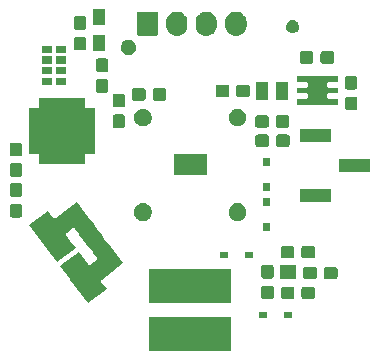
<source format=gbr>
G04 #@! TF.GenerationSoftware,KiCad,Pcbnew,(5.0.2)-1*
G04 #@! TF.CreationDate,2019-02-24T19:10:18-05:00*
G04 #@! TF.ProjectId,light_monitor,6c696768-745f-46d6-9f6e-69746f722e6b,R001*
G04 #@! TF.SameCoordinates,Original*
G04 #@! TF.FileFunction,Soldermask,Top*
G04 #@! TF.FilePolarity,Negative*
%FSLAX46Y46*%
G04 Gerber Fmt 4.6, Leading zero omitted, Abs format (unit mm)*
G04 Created by KiCad (PCBNEW (5.0.2)-1) date 2/24/2019 7:10:18 PM*
%MOMM*%
%LPD*%
G01*
G04 APERTURE LIST*
%ADD10C,0.100000*%
G04 APERTURE END LIST*
D10*
G36*
X116803800Y-120988560D02*
X109865800Y-120988560D01*
X109865800Y-118096560D01*
X116803800Y-118096560D01*
X116803800Y-120988560D01*
X116803800Y-120988560D01*
G37*
G36*
X121979880Y-118238680D02*
X121277880Y-118238680D01*
X121277880Y-117686680D01*
X121979880Y-117686680D01*
X121979880Y-118238680D01*
X121979880Y-118238680D01*
G37*
G36*
X119879880Y-118238680D02*
X119177880Y-118238680D01*
X119177880Y-117686680D01*
X119879880Y-117686680D01*
X119879880Y-118238680D01*
X119879880Y-118238680D01*
G37*
G36*
X104696310Y-109630646D02*
X105178965Y-110271152D01*
X105478668Y-110668873D01*
X105478678Y-110668884D01*
X105553896Y-110768702D01*
X105886098Y-111209548D01*
X105886097Y-111209549D01*
X105961324Y-111309378D01*
X106091861Y-111482607D01*
X106261033Y-111707106D01*
X106261037Y-111707110D01*
X106336255Y-111806928D01*
X106652213Y-112226218D01*
X106652218Y-112226223D01*
X107676498Y-113585489D01*
X105859601Y-114954619D01*
X105841571Y-114971213D01*
X105827124Y-114991006D01*
X105816817Y-115013237D01*
X105811044Y-115037051D01*
X105810029Y-115061535D01*
X105813810Y-115085746D01*
X105822241Y-115108754D01*
X105834997Y-115129672D01*
X106299901Y-115746620D01*
X106299901Y-115746621D01*
X104701033Y-116951454D01*
X103210337Y-114973234D01*
X103169414Y-114918927D01*
X103169408Y-114918921D01*
X102325669Y-113799240D01*
X102381826Y-113756923D01*
X103924537Y-112594406D01*
X103924538Y-112594406D01*
X104733979Y-113668571D01*
X104733982Y-113668576D01*
X104735487Y-113670573D01*
X104752082Y-113688602D01*
X104771876Y-113703048D01*
X104794107Y-113713354D01*
X104817922Y-113719125D01*
X104842406Y-113720140D01*
X104866616Y-113716358D01*
X104889624Y-113707926D01*
X104910540Y-113695170D01*
X104968840Y-113651238D01*
X104968840Y-113651237D01*
X105444031Y-113293155D01*
X105462058Y-113276564D01*
X105476505Y-113256771D01*
X105486812Y-113234540D01*
X105492585Y-113210726D01*
X105493600Y-113186242D01*
X105489819Y-113162032D01*
X105481388Y-113139023D01*
X105468630Y-113118102D01*
X105168926Y-112720381D01*
X105168922Y-112720376D01*
X105093699Y-112620552D01*
X104761497Y-112179706D01*
X104761498Y-112179705D01*
X104686271Y-112079876D01*
X104555734Y-111906647D01*
X104386561Y-111682147D01*
X104386553Y-111682138D01*
X104311339Y-111582326D01*
X103979137Y-111141480D01*
X103979138Y-111141479D01*
X103903911Y-111041650D01*
X103773374Y-110868421D01*
X103604202Y-110643923D01*
X103587613Y-110625899D01*
X103567820Y-110611452D01*
X103545589Y-110601145D01*
X103521775Y-110595373D01*
X103497292Y-110594357D01*
X103473081Y-110598138D01*
X103450072Y-110606569D01*
X103429151Y-110619327D01*
X102895663Y-111021339D01*
X102877633Y-111037933D01*
X102863186Y-111057726D01*
X102852879Y-111079957D01*
X102847106Y-111103771D01*
X102846091Y-111128255D01*
X102849872Y-111152465D01*
X102858303Y-111175474D01*
X102871061Y-111196395D01*
X103220858Y-111660592D01*
X103682006Y-112272556D01*
X102083138Y-113477390D01*
X102083137Y-113477390D01*
X101239393Y-112357703D01*
X99707774Y-110325176D01*
X101306642Y-109120342D01*
X101771545Y-109737289D01*
X101788139Y-109755319D01*
X101807932Y-109769766D01*
X101830163Y-109780073D01*
X101853977Y-109785846D01*
X101878461Y-109786861D01*
X101902671Y-109783080D01*
X101925680Y-109774649D01*
X101946601Y-109761891D01*
X102004901Y-109717958D01*
X102797965Y-109120342D01*
X103763497Y-108392761D01*
X104696310Y-109630646D01*
X104696310Y-109630646D01*
G37*
G36*
X116803800Y-116924560D02*
X109865800Y-116924560D01*
X109865800Y-114032560D01*
X116803800Y-114032560D01*
X116803800Y-116924560D01*
X116803800Y-116924560D01*
G37*
G36*
X120262659Y-115467045D02*
X120300153Y-115478419D01*
X120334717Y-115496894D01*
X120365007Y-115521753D01*
X120389866Y-115552043D01*
X120408341Y-115586607D01*
X120419715Y-115624101D01*
X120424160Y-115669238D01*
X120424160Y-116407962D01*
X120419715Y-116453099D01*
X120408341Y-116490593D01*
X120389866Y-116525157D01*
X120365007Y-116555447D01*
X120334717Y-116580306D01*
X120300153Y-116598781D01*
X120262659Y-116610155D01*
X120217522Y-116614600D01*
X119578798Y-116614600D01*
X119533661Y-116610155D01*
X119496167Y-116598781D01*
X119461603Y-116580306D01*
X119431313Y-116555447D01*
X119406454Y-116525157D01*
X119387979Y-116490593D01*
X119376605Y-116453099D01*
X119372160Y-116407962D01*
X119372160Y-115669238D01*
X119376605Y-115624101D01*
X119387979Y-115586607D01*
X119406454Y-115552043D01*
X119431313Y-115521753D01*
X119461603Y-115496894D01*
X119496167Y-115478419D01*
X119533661Y-115467045D01*
X119578798Y-115462600D01*
X120217522Y-115462600D01*
X120262659Y-115467045D01*
X120262659Y-115467045D01*
G37*
G36*
X123772139Y-115556445D02*
X123809633Y-115567819D01*
X123844197Y-115586294D01*
X123874487Y-115611153D01*
X123899346Y-115641443D01*
X123917821Y-115676007D01*
X123929195Y-115713501D01*
X123933640Y-115758638D01*
X123933640Y-116397362D01*
X123929195Y-116442499D01*
X123917821Y-116479993D01*
X123899346Y-116514557D01*
X123874487Y-116544847D01*
X123844197Y-116569706D01*
X123809633Y-116588181D01*
X123772139Y-116599555D01*
X123727002Y-116604000D01*
X122988278Y-116604000D01*
X122943141Y-116599555D01*
X122905647Y-116588181D01*
X122871083Y-116569706D01*
X122840793Y-116544847D01*
X122815934Y-116514557D01*
X122797459Y-116479993D01*
X122786085Y-116442499D01*
X122781640Y-116397362D01*
X122781640Y-115758638D01*
X122786085Y-115713501D01*
X122797459Y-115676007D01*
X122815934Y-115641443D01*
X122840793Y-115611153D01*
X122871083Y-115586294D01*
X122905647Y-115567819D01*
X122943141Y-115556445D01*
X122988278Y-115552000D01*
X123727002Y-115552000D01*
X123772139Y-115556445D01*
X123772139Y-115556445D01*
G37*
G36*
X122022139Y-115556445D02*
X122059633Y-115567819D01*
X122094197Y-115586294D01*
X122124487Y-115611153D01*
X122149346Y-115641443D01*
X122167821Y-115676007D01*
X122179195Y-115713501D01*
X122183640Y-115758638D01*
X122183640Y-116397362D01*
X122179195Y-116442499D01*
X122167821Y-116479993D01*
X122149346Y-116514557D01*
X122124487Y-116544847D01*
X122094197Y-116569706D01*
X122059633Y-116588181D01*
X122022139Y-116599555D01*
X121977002Y-116604000D01*
X121238278Y-116604000D01*
X121193141Y-116599555D01*
X121155647Y-116588181D01*
X121121083Y-116569706D01*
X121090793Y-116544847D01*
X121065934Y-116514557D01*
X121047459Y-116479993D01*
X121036085Y-116442499D01*
X121031640Y-116397362D01*
X121031640Y-115758638D01*
X121036085Y-115713501D01*
X121047459Y-115676007D01*
X121065934Y-115641443D01*
X121090793Y-115611153D01*
X121121083Y-115586294D01*
X121155647Y-115567819D01*
X121193141Y-115556445D01*
X121238278Y-115552000D01*
X121977002Y-115552000D01*
X122022139Y-115556445D01*
X122022139Y-115556445D01*
G37*
G36*
X123923299Y-113880045D02*
X123960793Y-113891419D01*
X123995357Y-113909894D01*
X124025647Y-113934753D01*
X124050506Y-113965043D01*
X124068981Y-113999607D01*
X124080355Y-114037101D01*
X124084800Y-114082238D01*
X124084800Y-114720962D01*
X124080355Y-114766099D01*
X124068981Y-114803593D01*
X124050506Y-114838157D01*
X124025647Y-114868447D01*
X123995357Y-114893306D01*
X123960793Y-114911781D01*
X123923299Y-114923155D01*
X123878162Y-114927600D01*
X123139438Y-114927600D01*
X123094301Y-114923155D01*
X123056807Y-114911781D01*
X123022243Y-114893306D01*
X122991953Y-114868447D01*
X122967094Y-114838157D01*
X122948619Y-114803593D01*
X122937245Y-114766099D01*
X122932800Y-114720962D01*
X122932800Y-114082238D01*
X122937245Y-114037101D01*
X122948619Y-113999607D01*
X122967094Y-113965043D01*
X122991953Y-113934753D01*
X123022243Y-113909894D01*
X123056807Y-113891419D01*
X123094301Y-113880045D01*
X123139438Y-113875600D01*
X123878162Y-113875600D01*
X123923299Y-113880045D01*
X123923299Y-113880045D01*
G37*
G36*
X125673299Y-113880045D02*
X125710793Y-113891419D01*
X125745357Y-113909894D01*
X125775647Y-113934753D01*
X125800506Y-113965043D01*
X125818981Y-113999607D01*
X125830355Y-114037101D01*
X125834800Y-114082238D01*
X125834800Y-114720962D01*
X125830355Y-114766099D01*
X125818981Y-114803593D01*
X125800506Y-114838157D01*
X125775647Y-114868447D01*
X125745357Y-114893306D01*
X125710793Y-114911781D01*
X125673299Y-114923155D01*
X125628162Y-114927600D01*
X124889438Y-114927600D01*
X124844301Y-114923155D01*
X124806807Y-114911781D01*
X124772243Y-114893306D01*
X124741953Y-114868447D01*
X124717094Y-114838157D01*
X124698619Y-114803593D01*
X124687245Y-114766099D01*
X124682800Y-114720962D01*
X124682800Y-114082238D01*
X124687245Y-114037101D01*
X124698619Y-113999607D01*
X124717094Y-113965043D01*
X124741953Y-113934753D01*
X124772243Y-113909894D01*
X124806807Y-113891419D01*
X124844301Y-113880045D01*
X124889438Y-113875600D01*
X125628162Y-113875600D01*
X125673299Y-113880045D01*
X125673299Y-113880045D01*
G37*
G36*
X122324600Y-114891000D02*
X120956600Y-114891000D01*
X120956600Y-113709000D01*
X122324600Y-113709000D01*
X122324600Y-114891000D01*
X122324600Y-114891000D01*
G37*
G36*
X120262659Y-113717045D02*
X120300153Y-113728419D01*
X120334717Y-113746894D01*
X120365007Y-113771753D01*
X120389866Y-113802043D01*
X120408341Y-113836607D01*
X120419715Y-113874101D01*
X120424160Y-113919238D01*
X120424160Y-114657962D01*
X120419715Y-114703099D01*
X120408341Y-114740593D01*
X120389866Y-114775157D01*
X120365007Y-114805447D01*
X120334717Y-114830306D01*
X120300153Y-114848781D01*
X120262659Y-114860155D01*
X120217522Y-114864600D01*
X119578798Y-114864600D01*
X119533661Y-114860155D01*
X119496167Y-114848781D01*
X119461603Y-114830306D01*
X119431313Y-114805447D01*
X119406454Y-114775157D01*
X119387979Y-114740593D01*
X119376605Y-114703099D01*
X119372160Y-114657962D01*
X119372160Y-113919238D01*
X119376605Y-113874101D01*
X119387979Y-113836607D01*
X119406454Y-113802043D01*
X119431313Y-113771753D01*
X119461603Y-113746894D01*
X119496167Y-113728419D01*
X119533661Y-113717045D01*
X119578798Y-113712600D01*
X120217522Y-113712600D01*
X120262659Y-113717045D01*
X120262659Y-113717045D01*
G37*
G36*
X118671240Y-113163760D02*
X117969240Y-113163760D01*
X117969240Y-112611760D01*
X118671240Y-112611760D01*
X118671240Y-113163760D01*
X118671240Y-113163760D01*
G37*
G36*
X116571240Y-113163760D02*
X115869240Y-113163760D01*
X115869240Y-112611760D01*
X116571240Y-112611760D01*
X116571240Y-113163760D01*
X116571240Y-113163760D01*
G37*
G36*
X122018299Y-112102045D02*
X122055793Y-112113419D01*
X122090357Y-112131894D01*
X122120647Y-112156753D01*
X122145506Y-112187043D01*
X122163981Y-112221607D01*
X122175355Y-112259101D01*
X122179800Y-112304238D01*
X122179800Y-112942962D01*
X122175355Y-112988099D01*
X122163981Y-113025593D01*
X122145506Y-113060157D01*
X122120647Y-113090447D01*
X122090357Y-113115306D01*
X122055793Y-113133781D01*
X122018299Y-113145155D01*
X121973162Y-113149600D01*
X121234438Y-113149600D01*
X121189301Y-113145155D01*
X121151807Y-113133781D01*
X121117243Y-113115306D01*
X121086953Y-113090447D01*
X121062094Y-113060157D01*
X121043619Y-113025593D01*
X121032245Y-112988099D01*
X121027800Y-112942962D01*
X121027800Y-112304238D01*
X121032245Y-112259101D01*
X121043619Y-112221607D01*
X121062094Y-112187043D01*
X121086953Y-112156753D01*
X121117243Y-112131894D01*
X121151807Y-112113419D01*
X121189301Y-112102045D01*
X121234438Y-112097600D01*
X121973162Y-112097600D01*
X122018299Y-112102045D01*
X122018299Y-112102045D01*
G37*
G36*
X123768299Y-112102045D02*
X123805793Y-112113419D01*
X123840357Y-112131894D01*
X123870647Y-112156753D01*
X123895506Y-112187043D01*
X123913981Y-112221607D01*
X123925355Y-112259101D01*
X123929800Y-112304238D01*
X123929800Y-112942962D01*
X123925355Y-112988099D01*
X123913981Y-113025593D01*
X123895506Y-113060157D01*
X123870647Y-113090447D01*
X123840357Y-113115306D01*
X123805793Y-113133781D01*
X123768299Y-113145155D01*
X123723162Y-113149600D01*
X122984438Y-113149600D01*
X122939301Y-113145155D01*
X122901807Y-113133781D01*
X122867243Y-113115306D01*
X122836953Y-113090447D01*
X122812094Y-113060157D01*
X122793619Y-113025593D01*
X122782245Y-112988099D01*
X122777800Y-112942962D01*
X122777800Y-112304238D01*
X122782245Y-112259101D01*
X122793619Y-112221607D01*
X122812094Y-112187043D01*
X122836953Y-112156753D01*
X122867243Y-112131894D01*
X122901807Y-112113419D01*
X122939301Y-112102045D01*
X122984438Y-112097600D01*
X123723162Y-112097600D01*
X123768299Y-112102045D01*
X123768299Y-112102045D01*
G37*
G36*
X120082720Y-110844520D02*
X119530720Y-110844520D01*
X119530720Y-110142520D01*
X120082720Y-110142520D01*
X120082720Y-110844520D01*
X120082720Y-110844520D01*
G37*
G36*
X117492204Y-108492744D02*
X117579259Y-108510060D01*
X117715932Y-108566672D01*
X117779449Y-108609113D01*
X117838938Y-108648862D01*
X117943538Y-108753462D01*
X117943540Y-108753465D01*
X118025728Y-108876468D01*
X118082340Y-109013141D01*
X118111200Y-109158233D01*
X118111200Y-109306167D01*
X118082340Y-109451259D01*
X118025728Y-109587932D01*
X117972451Y-109667666D01*
X117943538Y-109710938D01*
X117838938Y-109815538D01*
X117838935Y-109815540D01*
X117715932Y-109897728D01*
X117579259Y-109954340D01*
X117492204Y-109971656D01*
X117434169Y-109983200D01*
X117286231Y-109983200D01*
X117228196Y-109971656D01*
X117141141Y-109954340D01*
X117004468Y-109897728D01*
X116881465Y-109815540D01*
X116881462Y-109815538D01*
X116776862Y-109710938D01*
X116747949Y-109667666D01*
X116694672Y-109587932D01*
X116638060Y-109451259D01*
X116609200Y-109306167D01*
X116609200Y-109158233D01*
X116638060Y-109013141D01*
X116694672Y-108876468D01*
X116776860Y-108753465D01*
X116776862Y-108753462D01*
X116881462Y-108648862D01*
X116940951Y-108609113D01*
X117004468Y-108566672D01*
X117141141Y-108510060D01*
X117228196Y-108492744D01*
X117286231Y-108481200D01*
X117434169Y-108481200D01*
X117492204Y-108492744D01*
X117492204Y-108492744D01*
G37*
G36*
X109492204Y-108492744D02*
X109579259Y-108510060D01*
X109715932Y-108566672D01*
X109779449Y-108609113D01*
X109838938Y-108648862D01*
X109943538Y-108753462D01*
X109943540Y-108753465D01*
X110025728Y-108876468D01*
X110082340Y-109013141D01*
X110111200Y-109158233D01*
X110111200Y-109306167D01*
X110082340Y-109451259D01*
X110025728Y-109587932D01*
X109972451Y-109667666D01*
X109943538Y-109710938D01*
X109838938Y-109815538D01*
X109838935Y-109815540D01*
X109715932Y-109897728D01*
X109579259Y-109954340D01*
X109492204Y-109971656D01*
X109434169Y-109983200D01*
X109286231Y-109983200D01*
X109228196Y-109971656D01*
X109141141Y-109954340D01*
X109004468Y-109897728D01*
X108881465Y-109815540D01*
X108881462Y-109815538D01*
X108776862Y-109710938D01*
X108747949Y-109667666D01*
X108694672Y-109587932D01*
X108638060Y-109451259D01*
X108609200Y-109306167D01*
X108609200Y-109158233D01*
X108638060Y-109013141D01*
X108694672Y-108876468D01*
X108776860Y-108753465D01*
X108776862Y-108753462D01*
X108881462Y-108648862D01*
X108940951Y-108609113D01*
X109004468Y-108566672D01*
X109141141Y-108510060D01*
X109228196Y-108492744D01*
X109286231Y-108481200D01*
X109434169Y-108481200D01*
X109492204Y-108492744D01*
X109492204Y-108492744D01*
G37*
G36*
X98962219Y-108554405D02*
X98999713Y-108565779D01*
X99034277Y-108584254D01*
X99064567Y-108609113D01*
X99089426Y-108639403D01*
X99107901Y-108673967D01*
X99119275Y-108711461D01*
X99123720Y-108756598D01*
X99123720Y-109495322D01*
X99119275Y-109540459D01*
X99107901Y-109577953D01*
X99089426Y-109612517D01*
X99064567Y-109642807D01*
X99034277Y-109667666D01*
X98999713Y-109686141D01*
X98962219Y-109697515D01*
X98917082Y-109701960D01*
X98278358Y-109701960D01*
X98233221Y-109697515D01*
X98195727Y-109686141D01*
X98161163Y-109667666D01*
X98130873Y-109642807D01*
X98106014Y-109612517D01*
X98087539Y-109577953D01*
X98076165Y-109540459D01*
X98071720Y-109495322D01*
X98071720Y-108756598D01*
X98076165Y-108711461D01*
X98087539Y-108673967D01*
X98106014Y-108639403D01*
X98130873Y-108609113D01*
X98161163Y-108584254D01*
X98195727Y-108565779D01*
X98233221Y-108554405D01*
X98278358Y-108549960D01*
X98917082Y-108549960D01*
X98962219Y-108554405D01*
X98962219Y-108554405D01*
G37*
G36*
X120082720Y-108744520D02*
X119530720Y-108744520D01*
X119530720Y-108042520D01*
X120082720Y-108042520D01*
X120082720Y-108744520D01*
X120082720Y-108744520D01*
G37*
G36*
X125254000Y-108399400D02*
X122642000Y-108399400D01*
X122642000Y-107297400D01*
X125254000Y-107297400D01*
X125254000Y-108399400D01*
X125254000Y-108399400D01*
G37*
G36*
X98962219Y-106804405D02*
X98999713Y-106815779D01*
X99034277Y-106834254D01*
X99064567Y-106859113D01*
X99089426Y-106889403D01*
X99107901Y-106923967D01*
X99119275Y-106961461D01*
X99123720Y-107006598D01*
X99123720Y-107745322D01*
X99119275Y-107790459D01*
X99107901Y-107827953D01*
X99089426Y-107862517D01*
X99064567Y-107892807D01*
X99034277Y-107917666D01*
X98999713Y-107936141D01*
X98962219Y-107947515D01*
X98917082Y-107951960D01*
X98278358Y-107951960D01*
X98233221Y-107947515D01*
X98195727Y-107936141D01*
X98161163Y-107917666D01*
X98130873Y-107892807D01*
X98106014Y-107862517D01*
X98087539Y-107827953D01*
X98076165Y-107790459D01*
X98071720Y-107745322D01*
X98071720Y-107006598D01*
X98076165Y-106961461D01*
X98087539Y-106923967D01*
X98106014Y-106889403D01*
X98130873Y-106859113D01*
X98161163Y-106834254D01*
X98195727Y-106815779D01*
X98233221Y-106804405D01*
X98278358Y-106799960D01*
X98917082Y-106799960D01*
X98962219Y-106804405D01*
X98962219Y-106804405D01*
G37*
G36*
X120077640Y-107471400D02*
X119525640Y-107471400D01*
X119525640Y-106769400D01*
X120077640Y-106769400D01*
X120077640Y-107471400D01*
X120077640Y-107471400D01*
G37*
G36*
X98962219Y-105114005D02*
X98999713Y-105125379D01*
X99034277Y-105143854D01*
X99064567Y-105168713D01*
X99089426Y-105199003D01*
X99107901Y-105233567D01*
X99119275Y-105271061D01*
X99123720Y-105316198D01*
X99123720Y-106054922D01*
X99119275Y-106100059D01*
X99107901Y-106137553D01*
X99089426Y-106172117D01*
X99064567Y-106202407D01*
X99034277Y-106227266D01*
X98999713Y-106245741D01*
X98962219Y-106257115D01*
X98917082Y-106261560D01*
X98278358Y-106261560D01*
X98233221Y-106257115D01*
X98195727Y-106245741D01*
X98161163Y-106227266D01*
X98130873Y-106202407D01*
X98106014Y-106172117D01*
X98087539Y-106137553D01*
X98076165Y-106100059D01*
X98071720Y-106054922D01*
X98071720Y-105316198D01*
X98076165Y-105271061D01*
X98087539Y-105233567D01*
X98106014Y-105199003D01*
X98130873Y-105168713D01*
X98161163Y-105143854D01*
X98195727Y-105125379D01*
X98233221Y-105114005D01*
X98278358Y-105109560D01*
X98917082Y-105109560D01*
X98962219Y-105114005D01*
X98962219Y-105114005D01*
G37*
G36*
X114761200Y-106108200D02*
X111959200Y-106108200D01*
X111959200Y-104356200D01*
X114761200Y-104356200D01*
X114761200Y-106108200D01*
X114761200Y-106108200D01*
G37*
G36*
X128564000Y-105859400D02*
X125952000Y-105859400D01*
X125952000Y-104757400D01*
X128564000Y-104757400D01*
X128564000Y-105859400D01*
X128564000Y-105859400D01*
G37*
G36*
X120077640Y-105371400D02*
X119525640Y-105371400D01*
X119525640Y-104669400D01*
X120077640Y-104669400D01*
X120077640Y-105371400D01*
X120077640Y-105371400D01*
G37*
G36*
X104440400Y-100336400D02*
X104442802Y-100360786D01*
X104449915Y-100384235D01*
X104461466Y-100405846D01*
X104477012Y-100424788D01*
X104495954Y-100440334D01*
X104517565Y-100451885D01*
X104541014Y-100458998D01*
X104565400Y-100461400D01*
X105315400Y-100461400D01*
X105315400Y-104313400D01*
X104565400Y-104313400D01*
X104541014Y-104315802D01*
X104517565Y-104322915D01*
X104495954Y-104334466D01*
X104477012Y-104350012D01*
X104461466Y-104368954D01*
X104449915Y-104390565D01*
X104442802Y-104414014D01*
X104440400Y-104438400D01*
X104440400Y-105188400D01*
X100588400Y-105188400D01*
X100588400Y-104438400D01*
X100585998Y-104414014D01*
X100578885Y-104390565D01*
X100567334Y-104368954D01*
X100551788Y-104350012D01*
X100532846Y-104334466D01*
X100511235Y-104322915D01*
X100487786Y-104315802D01*
X100463400Y-104313400D01*
X99713400Y-104313400D01*
X99713400Y-100461400D01*
X100463400Y-100461400D01*
X100487786Y-100458998D01*
X100511235Y-100451885D01*
X100532846Y-100440334D01*
X100551788Y-100424788D01*
X100567334Y-100405846D01*
X100578885Y-100384235D01*
X100585998Y-100360786D01*
X100588400Y-100336400D01*
X100588400Y-99586400D01*
X104440400Y-99586400D01*
X104440400Y-100336400D01*
X104440400Y-100336400D01*
G37*
G36*
X98962219Y-103364005D02*
X98999713Y-103375379D01*
X99034277Y-103393854D01*
X99064567Y-103418713D01*
X99089426Y-103449003D01*
X99107901Y-103483567D01*
X99119275Y-103521061D01*
X99123720Y-103566198D01*
X99123720Y-104304922D01*
X99119275Y-104350059D01*
X99107901Y-104387553D01*
X99089426Y-104422117D01*
X99064567Y-104452407D01*
X99034277Y-104477266D01*
X98999713Y-104495741D01*
X98962219Y-104507115D01*
X98917082Y-104511560D01*
X98278358Y-104511560D01*
X98233221Y-104507115D01*
X98195727Y-104495741D01*
X98161163Y-104477266D01*
X98130873Y-104452407D01*
X98106014Y-104422117D01*
X98087539Y-104387553D01*
X98076165Y-104350059D01*
X98071720Y-104304922D01*
X98071720Y-103566198D01*
X98076165Y-103521061D01*
X98087539Y-103483567D01*
X98106014Y-103449003D01*
X98130873Y-103418713D01*
X98161163Y-103393854D01*
X98195727Y-103375379D01*
X98233221Y-103364005D01*
X98278358Y-103359560D01*
X98917082Y-103359560D01*
X98962219Y-103364005D01*
X98962219Y-103364005D01*
G37*
G36*
X119869459Y-102673565D02*
X119906953Y-102684939D01*
X119941517Y-102703414D01*
X119971807Y-102728273D01*
X119996666Y-102758563D01*
X120015141Y-102793127D01*
X120026515Y-102830621D01*
X120030960Y-102875758D01*
X120030960Y-103514482D01*
X120026515Y-103559619D01*
X120015141Y-103597113D01*
X119996666Y-103631677D01*
X119971807Y-103661967D01*
X119941517Y-103686826D01*
X119906953Y-103705301D01*
X119869459Y-103716675D01*
X119824322Y-103721120D01*
X119085598Y-103721120D01*
X119040461Y-103716675D01*
X119002967Y-103705301D01*
X118968403Y-103686826D01*
X118938113Y-103661967D01*
X118913254Y-103631677D01*
X118894779Y-103597113D01*
X118883405Y-103559619D01*
X118878960Y-103514482D01*
X118878960Y-102875758D01*
X118883405Y-102830621D01*
X118894779Y-102793127D01*
X118913254Y-102758563D01*
X118938113Y-102728273D01*
X118968403Y-102703414D01*
X119002967Y-102684939D01*
X119040461Y-102673565D01*
X119085598Y-102669120D01*
X119824322Y-102669120D01*
X119869459Y-102673565D01*
X119869459Y-102673565D01*
G37*
G36*
X121619459Y-102673565D02*
X121656953Y-102684939D01*
X121691517Y-102703414D01*
X121721807Y-102728273D01*
X121746666Y-102758563D01*
X121765141Y-102793127D01*
X121776515Y-102830621D01*
X121780960Y-102875758D01*
X121780960Y-103514482D01*
X121776515Y-103559619D01*
X121765141Y-103597113D01*
X121746666Y-103631677D01*
X121721807Y-103661967D01*
X121691517Y-103686826D01*
X121656953Y-103705301D01*
X121619459Y-103716675D01*
X121574322Y-103721120D01*
X120835598Y-103721120D01*
X120790461Y-103716675D01*
X120752967Y-103705301D01*
X120718403Y-103686826D01*
X120688113Y-103661967D01*
X120663254Y-103631677D01*
X120644779Y-103597113D01*
X120633405Y-103559619D01*
X120628960Y-103514482D01*
X120628960Y-102875758D01*
X120633405Y-102830621D01*
X120644779Y-102793127D01*
X120663254Y-102758563D01*
X120688113Y-102728273D01*
X120718403Y-102703414D01*
X120752967Y-102684939D01*
X120790461Y-102673565D01*
X120835598Y-102669120D01*
X121574322Y-102669120D01*
X121619459Y-102673565D01*
X121619459Y-102673565D01*
G37*
G36*
X125254000Y-103319400D02*
X122642000Y-103319400D01*
X122642000Y-102217400D01*
X125254000Y-102217400D01*
X125254000Y-103319400D01*
X125254000Y-103319400D01*
G37*
G36*
X107674419Y-100978885D02*
X107711913Y-100990259D01*
X107746477Y-101008734D01*
X107776767Y-101033593D01*
X107801626Y-101063883D01*
X107820101Y-101098447D01*
X107831475Y-101135941D01*
X107835920Y-101181078D01*
X107835920Y-101919802D01*
X107831475Y-101964939D01*
X107820101Y-102002433D01*
X107801626Y-102036997D01*
X107776767Y-102067287D01*
X107746477Y-102092146D01*
X107711913Y-102110621D01*
X107674419Y-102121995D01*
X107629282Y-102126440D01*
X106990558Y-102126440D01*
X106945421Y-102121995D01*
X106907927Y-102110621D01*
X106873363Y-102092146D01*
X106843073Y-102067287D01*
X106818214Y-102036997D01*
X106799739Y-102002433D01*
X106788365Y-101964939D01*
X106783920Y-101919802D01*
X106783920Y-101181078D01*
X106788365Y-101135941D01*
X106799739Y-101098447D01*
X106818214Y-101063883D01*
X106843073Y-101033593D01*
X106873363Y-101008734D01*
X106907927Y-100990259D01*
X106945421Y-100978885D01*
X106990558Y-100974440D01*
X107629282Y-100974440D01*
X107674419Y-100978885D01*
X107674419Y-100978885D01*
G37*
G36*
X119847899Y-101042885D02*
X119885393Y-101054259D01*
X119919957Y-101072734D01*
X119950247Y-101097593D01*
X119975106Y-101127883D01*
X119993581Y-101162447D01*
X120004955Y-101199941D01*
X120009400Y-101245078D01*
X120009400Y-101883802D01*
X120004955Y-101928939D01*
X119993581Y-101966433D01*
X119975106Y-102000997D01*
X119950247Y-102031287D01*
X119919957Y-102056146D01*
X119885393Y-102074621D01*
X119847899Y-102085995D01*
X119802762Y-102090440D01*
X119064038Y-102090440D01*
X119018901Y-102085995D01*
X118981407Y-102074621D01*
X118946843Y-102056146D01*
X118916553Y-102031287D01*
X118891694Y-102000997D01*
X118873219Y-101966433D01*
X118861845Y-101928939D01*
X118857400Y-101883802D01*
X118857400Y-101245078D01*
X118861845Y-101199941D01*
X118873219Y-101162447D01*
X118891694Y-101127883D01*
X118916553Y-101097593D01*
X118946843Y-101072734D01*
X118981407Y-101054259D01*
X119018901Y-101042885D01*
X119064038Y-101038440D01*
X119802762Y-101038440D01*
X119847899Y-101042885D01*
X119847899Y-101042885D01*
G37*
G36*
X121597899Y-101042885D02*
X121635393Y-101054259D01*
X121669957Y-101072734D01*
X121700247Y-101097593D01*
X121725106Y-101127883D01*
X121743581Y-101162447D01*
X121754955Y-101199941D01*
X121759400Y-101245078D01*
X121759400Y-101883802D01*
X121754955Y-101928939D01*
X121743581Y-101966433D01*
X121725106Y-102000997D01*
X121700247Y-102031287D01*
X121669957Y-102056146D01*
X121635393Y-102074621D01*
X121597899Y-102085995D01*
X121552762Y-102090440D01*
X120814038Y-102090440D01*
X120768901Y-102085995D01*
X120731407Y-102074621D01*
X120696843Y-102056146D01*
X120666553Y-102031287D01*
X120641694Y-102000997D01*
X120623219Y-101966433D01*
X120611845Y-101928939D01*
X120607400Y-101883802D01*
X120607400Y-101245078D01*
X120611845Y-101199941D01*
X120623219Y-101162447D01*
X120641694Y-101127883D01*
X120666553Y-101097593D01*
X120696843Y-101072734D01*
X120731407Y-101054259D01*
X120768901Y-101042885D01*
X120814038Y-101038440D01*
X121552762Y-101038440D01*
X121597899Y-101042885D01*
X121597899Y-101042885D01*
G37*
G36*
X117492204Y-100492744D02*
X117579259Y-100510060D01*
X117715932Y-100566672D01*
X117782872Y-100611400D01*
X117838938Y-100648862D01*
X117943538Y-100753462D01*
X117943540Y-100753465D01*
X118025728Y-100876468D01*
X118082340Y-101013141D01*
X118096188Y-101082763D01*
X118111200Y-101158231D01*
X118111200Y-101306169D01*
X118099656Y-101364204D01*
X118082340Y-101451259D01*
X118025728Y-101587932D01*
X118025727Y-101587933D01*
X117943538Y-101710938D01*
X117838938Y-101815538D01*
X117838935Y-101815540D01*
X117715932Y-101897728D01*
X117579259Y-101954340D01*
X117492204Y-101971656D01*
X117434169Y-101983200D01*
X117286231Y-101983200D01*
X117228196Y-101971656D01*
X117141141Y-101954340D01*
X117004468Y-101897728D01*
X116881465Y-101815540D01*
X116881462Y-101815538D01*
X116776862Y-101710938D01*
X116694673Y-101587933D01*
X116694672Y-101587932D01*
X116638060Y-101451259D01*
X116620744Y-101364204D01*
X116609200Y-101306169D01*
X116609200Y-101158231D01*
X116624212Y-101082763D01*
X116638060Y-101013141D01*
X116694672Y-100876468D01*
X116776860Y-100753465D01*
X116776862Y-100753462D01*
X116881462Y-100648862D01*
X116937528Y-100611400D01*
X117004468Y-100566672D01*
X117141141Y-100510060D01*
X117228196Y-100492744D01*
X117286231Y-100481200D01*
X117434169Y-100481200D01*
X117492204Y-100492744D01*
X117492204Y-100492744D01*
G37*
G36*
X109492204Y-100492744D02*
X109579259Y-100510060D01*
X109715932Y-100566672D01*
X109782872Y-100611400D01*
X109838938Y-100648862D01*
X109943538Y-100753462D01*
X109943540Y-100753465D01*
X110025728Y-100876468D01*
X110082340Y-101013141D01*
X110096188Y-101082763D01*
X110111200Y-101158231D01*
X110111200Y-101306169D01*
X110099656Y-101364204D01*
X110082340Y-101451259D01*
X110025728Y-101587932D01*
X110025727Y-101587933D01*
X109943538Y-101710938D01*
X109838938Y-101815538D01*
X109838935Y-101815540D01*
X109715932Y-101897728D01*
X109579259Y-101954340D01*
X109492204Y-101971656D01*
X109434169Y-101983200D01*
X109286231Y-101983200D01*
X109228196Y-101971656D01*
X109141141Y-101954340D01*
X109004468Y-101897728D01*
X108881465Y-101815540D01*
X108881462Y-101815538D01*
X108776862Y-101710938D01*
X108694673Y-101587933D01*
X108694672Y-101587932D01*
X108638060Y-101451259D01*
X108620744Y-101364204D01*
X108609200Y-101306169D01*
X108609200Y-101158231D01*
X108624212Y-101082763D01*
X108638060Y-101013141D01*
X108694672Y-100876468D01*
X108776860Y-100753465D01*
X108776862Y-100753462D01*
X108881462Y-100648862D01*
X108937528Y-100611400D01*
X109004468Y-100566672D01*
X109141141Y-100510060D01*
X109228196Y-100492744D01*
X109286231Y-100481200D01*
X109434169Y-100481200D01*
X109492204Y-100492744D01*
X109492204Y-100492744D01*
G37*
G36*
X127354339Y-99465045D02*
X127391833Y-99476419D01*
X127426397Y-99494894D01*
X127456687Y-99519753D01*
X127481546Y-99550043D01*
X127500021Y-99584607D01*
X127511395Y-99622101D01*
X127515840Y-99667238D01*
X127515840Y-100405962D01*
X127511395Y-100451099D01*
X127500021Y-100488593D01*
X127481546Y-100523157D01*
X127456687Y-100553447D01*
X127426397Y-100578306D01*
X127391833Y-100596781D01*
X127354339Y-100608155D01*
X127309202Y-100612600D01*
X126670478Y-100612600D01*
X126625341Y-100608155D01*
X126587847Y-100596781D01*
X126553283Y-100578306D01*
X126522993Y-100553447D01*
X126498134Y-100523157D01*
X126479659Y-100488593D01*
X126468285Y-100451099D01*
X126463840Y-100405962D01*
X126463840Y-99667238D01*
X126468285Y-99622101D01*
X126479659Y-99584607D01*
X126498134Y-99550043D01*
X126522993Y-99519753D01*
X126553283Y-99494894D01*
X126587847Y-99476419D01*
X126625341Y-99465045D01*
X126670478Y-99460600D01*
X127309202Y-99460600D01*
X127354339Y-99465045D01*
X127354339Y-99465045D01*
G37*
G36*
X107674419Y-99228885D02*
X107711913Y-99240259D01*
X107746477Y-99258734D01*
X107776767Y-99283593D01*
X107801626Y-99313883D01*
X107820101Y-99348447D01*
X107831475Y-99385941D01*
X107835920Y-99431078D01*
X107835920Y-100169802D01*
X107831475Y-100214939D01*
X107820101Y-100252433D01*
X107801626Y-100286997D01*
X107776767Y-100317287D01*
X107746477Y-100342146D01*
X107711913Y-100360621D01*
X107674419Y-100371995D01*
X107629282Y-100376440D01*
X106990558Y-100376440D01*
X106945421Y-100371995D01*
X106907927Y-100360621D01*
X106873363Y-100342146D01*
X106843073Y-100317287D01*
X106818214Y-100286997D01*
X106799739Y-100252433D01*
X106788365Y-100214939D01*
X106783920Y-100169802D01*
X106783920Y-99431078D01*
X106788365Y-99385941D01*
X106799739Y-99348447D01*
X106818214Y-99313883D01*
X106843073Y-99283593D01*
X106873363Y-99258734D01*
X106907927Y-99240259D01*
X106945421Y-99228885D01*
X106990558Y-99224440D01*
X107629282Y-99224440D01*
X107674419Y-99228885D01*
X107674419Y-99228885D01*
G37*
G36*
X124980112Y-97708088D02*
X124999054Y-97723634D01*
X125020665Y-97735185D01*
X125044114Y-97742298D01*
X125068500Y-97744700D01*
X125893500Y-97744700D01*
X125893500Y-98246700D01*
X125068500Y-98246700D01*
X125044114Y-98249102D01*
X125020665Y-98256215D01*
X124999054Y-98267766D01*
X124980112Y-98283312D01*
X124964566Y-98302254D01*
X124953015Y-98323865D01*
X124945902Y-98347314D01*
X124943500Y-98371700D01*
X124943500Y-98569700D01*
X124945902Y-98594086D01*
X124953015Y-98617535D01*
X124964566Y-98639146D01*
X124980112Y-98658088D01*
X124999054Y-98673634D01*
X125020665Y-98685185D01*
X125044114Y-98692298D01*
X125068500Y-98694700D01*
X125893500Y-98694700D01*
X125893500Y-99196700D01*
X125068500Y-99196700D01*
X125044114Y-99199102D01*
X125020665Y-99206215D01*
X124999054Y-99217766D01*
X124980112Y-99233312D01*
X124964566Y-99252254D01*
X124953015Y-99273865D01*
X124945902Y-99297314D01*
X124943500Y-99321700D01*
X124943500Y-99519700D01*
X124945902Y-99544086D01*
X124953015Y-99567535D01*
X124964566Y-99589146D01*
X124980112Y-99608088D01*
X124999054Y-99623634D01*
X125020665Y-99635185D01*
X125044114Y-99642298D01*
X125068500Y-99644700D01*
X125893500Y-99644700D01*
X125893500Y-100146700D01*
X125068500Y-100146700D01*
X125044114Y-100149102D01*
X125020665Y-100156215D01*
X124999054Y-100167766D01*
X124980112Y-100183312D01*
X124969124Y-100196700D01*
X123315876Y-100196700D01*
X123304888Y-100183312D01*
X123285946Y-100167766D01*
X123264335Y-100156215D01*
X123240886Y-100149102D01*
X123216500Y-100146700D01*
X122391500Y-100146700D01*
X122391500Y-99644700D01*
X123216500Y-99644700D01*
X123240886Y-99642298D01*
X123264335Y-99635185D01*
X123285946Y-99623634D01*
X123304888Y-99608088D01*
X123320434Y-99589146D01*
X123331985Y-99567535D01*
X123339098Y-99544086D01*
X123341500Y-99519700D01*
X123341500Y-99321700D01*
X123339098Y-99297314D01*
X123331985Y-99273865D01*
X123320434Y-99252254D01*
X123304888Y-99233312D01*
X123285946Y-99217766D01*
X123264335Y-99206215D01*
X123240886Y-99199102D01*
X123216500Y-99196700D01*
X122391500Y-99196700D01*
X122391500Y-98694700D01*
X123216500Y-98694700D01*
X123240886Y-98692298D01*
X123264335Y-98685185D01*
X123285946Y-98673634D01*
X123304888Y-98658088D01*
X123320434Y-98639146D01*
X123331985Y-98617535D01*
X123339098Y-98594086D01*
X123341500Y-98569700D01*
X123341500Y-98371700D01*
X123339098Y-98347314D01*
X123331985Y-98323865D01*
X123320434Y-98302254D01*
X123304888Y-98283312D01*
X123285946Y-98267766D01*
X123264335Y-98256215D01*
X123240886Y-98249102D01*
X123216500Y-98246700D01*
X122391500Y-98246700D01*
X122391500Y-97744700D01*
X123216500Y-97744700D01*
X123240886Y-97742298D01*
X123264335Y-97735185D01*
X123285946Y-97723634D01*
X123304888Y-97708088D01*
X123315876Y-97694700D01*
X124969124Y-97694700D01*
X124980112Y-97708088D01*
X124980112Y-97708088D01*
G37*
G36*
X109424979Y-98756885D02*
X109462473Y-98768259D01*
X109497037Y-98786734D01*
X109527327Y-98811593D01*
X109552186Y-98841883D01*
X109570661Y-98876447D01*
X109582035Y-98913941D01*
X109586480Y-98959078D01*
X109586480Y-99597802D01*
X109582035Y-99642939D01*
X109570661Y-99680433D01*
X109552186Y-99714997D01*
X109527327Y-99745287D01*
X109497037Y-99770146D01*
X109462473Y-99788621D01*
X109424979Y-99799995D01*
X109379842Y-99804440D01*
X108641118Y-99804440D01*
X108595981Y-99799995D01*
X108558487Y-99788621D01*
X108523923Y-99770146D01*
X108493633Y-99745287D01*
X108468774Y-99714997D01*
X108450299Y-99680433D01*
X108438925Y-99642939D01*
X108434480Y-99597802D01*
X108434480Y-98959078D01*
X108438925Y-98913941D01*
X108450299Y-98876447D01*
X108468774Y-98841883D01*
X108493633Y-98811593D01*
X108523923Y-98786734D01*
X108558487Y-98768259D01*
X108595981Y-98756885D01*
X108641118Y-98752440D01*
X109379842Y-98752440D01*
X109424979Y-98756885D01*
X109424979Y-98756885D01*
G37*
G36*
X111174979Y-98756885D02*
X111212473Y-98768259D01*
X111247037Y-98786734D01*
X111277327Y-98811593D01*
X111302186Y-98841883D01*
X111320661Y-98876447D01*
X111332035Y-98913941D01*
X111336480Y-98959078D01*
X111336480Y-99597802D01*
X111332035Y-99642939D01*
X111320661Y-99680433D01*
X111302186Y-99714997D01*
X111277327Y-99745287D01*
X111247037Y-99770146D01*
X111212473Y-99788621D01*
X111174979Y-99799995D01*
X111129842Y-99804440D01*
X110391118Y-99804440D01*
X110345981Y-99799995D01*
X110308487Y-99788621D01*
X110273923Y-99770146D01*
X110243633Y-99745287D01*
X110218774Y-99714997D01*
X110200299Y-99680433D01*
X110188925Y-99642939D01*
X110184480Y-99597802D01*
X110184480Y-98959078D01*
X110188925Y-98913941D01*
X110200299Y-98876447D01*
X110218774Y-98841883D01*
X110243633Y-98811593D01*
X110273923Y-98786734D01*
X110308487Y-98768259D01*
X110345981Y-98756885D01*
X110391118Y-98752440D01*
X111129842Y-98752440D01*
X111174979Y-98756885D01*
X111174979Y-98756885D01*
G37*
G36*
X119920900Y-99747100D02*
X118918900Y-99747100D01*
X118918900Y-98195100D01*
X119920900Y-98195100D01*
X119920900Y-99747100D01*
X119920900Y-99747100D01*
G37*
G36*
X121620900Y-99747100D02*
X120618900Y-99747100D01*
X120618900Y-98195100D01*
X121620900Y-98195100D01*
X121620900Y-99747100D01*
X121620900Y-99747100D01*
G37*
G36*
X118251419Y-98452085D02*
X118288913Y-98463459D01*
X118323477Y-98481934D01*
X118353767Y-98506793D01*
X118378626Y-98537083D01*
X118397101Y-98571647D01*
X118408475Y-98609141D01*
X118412920Y-98654278D01*
X118412920Y-99293002D01*
X118408475Y-99338139D01*
X118397101Y-99375633D01*
X118378626Y-99410197D01*
X118353767Y-99440487D01*
X118323477Y-99465346D01*
X118288913Y-99483821D01*
X118251419Y-99495195D01*
X118206282Y-99499640D01*
X117467558Y-99499640D01*
X117422421Y-99495195D01*
X117384927Y-99483821D01*
X117350363Y-99465346D01*
X117320073Y-99440487D01*
X117295214Y-99410197D01*
X117276739Y-99375633D01*
X117265365Y-99338139D01*
X117260920Y-99293002D01*
X117260920Y-98654278D01*
X117265365Y-98609141D01*
X117276739Y-98571647D01*
X117295214Y-98537083D01*
X117320073Y-98506793D01*
X117350363Y-98481934D01*
X117384927Y-98463459D01*
X117422421Y-98452085D01*
X117467558Y-98447640D01*
X118206282Y-98447640D01*
X118251419Y-98452085D01*
X118251419Y-98452085D01*
G37*
G36*
X116501419Y-98452085D02*
X116538913Y-98463459D01*
X116573477Y-98481934D01*
X116603767Y-98506793D01*
X116628626Y-98537083D01*
X116647101Y-98571647D01*
X116658475Y-98609141D01*
X116662920Y-98654278D01*
X116662920Y-99293002D01*
X116658475Y-99338139D01*
X116647101Y-99375633D01*
X116628626Y-99410197D01*
X116603767Y-99440487D01*
X116573477Y-99465346D01*
X116538913Y-99483821D01*
X116501419Y-99495195D01*
X116456282Y-99499640D01*
X115717558Y-99499640D01*
X115672421Y-99495195D01*
X115634927Y-99483821D01*
X115600363Y-99465346D01*
X115570073Y-99440487D01*
X115545214Y-99410197D01*
X115526739Y-99375633D01*
X115515365Y-99338139D01*
X115510920Y-99293002D01*
X115510920Y-98654278D01*
X115515365Y-98609141D01*
X115526739Y-98571647D01*
X115545214Y-98537083D01*
X115570073Y-98506793D01*
X115600363Y-98481934D01*
X115634927Y-98463459D01*
X115672421Y-98452085D01*
X115717558Y-98447640D01*
X116456282Y-98447640D01*
X116501419Y-98452085D01*
X116501419Y-98452085D01*
G37*
G36*
X106262179Y-97986765D02*
X106299673Y-97998139D01*
X106334237Y-98016614D01*
X106364527Y-98041473D01*
X106389386Y-98071763D01*
X106407861Y-98106327D01*
X106419235Y-98143821D01*
X106423680Y-98188958D01*
X106423680Y-98927682D01*
X106419235Y-98972819D01*
X106407861Y-99010313D01*
X106389386Y-99044877D01*
X106364527Y-99075167D01*
X106334237Y-99100026D01*
X106299673Y-99118501D01*
X106262179Y-99129875D01*
X106217042Y-99134320D01*
X105578318Y-99134320D01*
X105533181Y-99129875D01*
X105495687Y-99118501D01*
X105461123Y-99100026D01*
X105430833Y-99075167D01*
X105405974Y-99044877D01*
X105387499Y-99010313D01*
X105376125Y-98972819D01*
X105371680Y-98927682D01*
X105371680Y-98188958D01*
X105376125Y-98143821D01*
X105387499Y-98106327D01*
X105405974Y-98071763D01*
X105430833Y-98041473D01*
X105461123Y-98016614D01*
X105495687Y-97998139D01*
X105533181Y-97986765D01*
X105578318Y-97982320D01*
X106217042Y-97982320D01*
X106262179Y-97986765D01*
X106262179Y-97986765D01*
G37*
G36*
X127354339Y-97715045D02*
X127391833Y-97726419D01*
X127426397Y-97744894D01*
X127456687Y-97769753D01*
X127481546Y-97800043D01*
X127500021Y-97834607D01*
X127511395Y-97872101D01*
X127515840Y-97917238D01*
X127515840Y-98655962D01*
X127511395Y-98701099D01*
X127500021Y-98738593D01*
X127481546Y-98773157D01*
X127456687Y-98803447D01*
X127426397Y-98828306D01*
X127391833Y-98846781D01*
X127354339Y-98858155D01*
X127309202Y-98862600D01*
X126670478Y-98862600D01*
X126625341Y-98858155D01*
X126587847Y-98846781D01*
X126553283Y-98828306D01*
X126522993Y-98803447D01*
X126498134Y-98773157D01*
X126479659Y-98738593D01*
X126468285Y-98701099D01*
X126463840Y-98655962D01*
X126463840Y-97917238D01*
X126468285Y-97872101D01*
X126479659Y-97834607D01*
X126498134Y-97800043D01*
X126522993Y-97769753D01*
X126553283Y-97744894D01*
X126587847Y-97726419D01*
X126625341Y-97715045D01*
X126670478Y-97710600D01*
X127309202Y-97710600D01*
X127354339Y-97715045D01*
X127354339Y-97715045D01*
G37*
G36*
X101684680Y-98465640D02*
X100782680Y-98465640D01*
X100782680Y-97863640D01*
X101684680Y-97863640D01*
X101684680Y-98465640D01*
X101684680Y-98465640D01*
G37*
G36*
X102884680Y-98465640D02*
X101982680Y-98465640D01*
X101982680Y-97863640D01*
X102884680Y-97863640D01*
X102884680Y-98465640D01*
X102884680Y-98465640D01*
G37*
G36*
X102884680Y-97565640D02*
X101982680Y-97565640D01*
X101982680Y-96963640D01*
X102884680Y-96963640D01*
X102884680Y-97565640D01*
X102884680Y-97565640D01*
G37*
G36*
X101684680Y-97565640D02*
X100782680Y-97565640D01*
X100782680Y-96963640D01*
X101684680Y-96963640D01*
X101684680Y-97565640D01*
X101684680Y-97565640D01*
G37*
G36*
X106262179Y-96236765D02*
X106299673Y-96248139D01*
X106334237Y-96266614D01*
X106364527Y-96291473D01*
X106389386Y-96321763D01*
X106407861Y-96356327D01*
X106419235Y-96393821D01*
X106423680Y-96438958D01*
X106423680Y-97177682D01*
X106419235Y-97222819D01*
X106407861Y-97260313D01*
X106389386Y-97294877D01*
X106364527Y-97325167D01*
X106334237Y-97350026D01*
X106299673Y-97368501D01*
X106262179Y-97379875D01*
X106217042Y-97384320D01*
X105578318Y-97384320D01*
X105533181Y-97379875D01*
X105495687Y-97368501D01*
X105461123Y-97350026D01*
X105430833Y-97325167D01*
X105405974Y-97294877D01*
X105387499Y-97260313D01*
X105376125Y-97222819D01*
X105371680Y-97177682D01*
X105371680Y-96438958D01*
X105376125Y-96393821D01*
X105387499Y-96356327D01*
X105405974Y-96321763D01*
X105430833Y-96291473D01*
X105461123Y-96266614D01*
X105495687Y-96248139D01*
X105533181Y-96236765D01*
X105578318Y-96232320D01*
X106217042Y-96232320D01*
X106262179Y-96236765D01*
X106262179Y-96236765D01*
G37*
G36*
X123631199Y-95630145D02*
X123668693Y-95641519D01*
X123703257Y-95659994D01*
X123733547Y-95684853D01*
X123758406Y-95715143D01*
X123776881Y-95749707D01*
X123788255Y-95787201D01*
X123792700Y-95832338D01*
X123792700Y-96471062D01*
X123788255Y-96516199D01*
X123776881Y-96553693D01*
X123758406Y-96588257D01*
X123733547Y-96618547D01*
X123703257Y-96643406D01*
X123668693Y-96661881D01*
X123631199Y-96673255D01*
X123586062Y-96677700D01*
X122847338Y-96677700D01*
X122802201Y-96673255D01*
X122764707Y-96661881D01*
X122730143Y-96643406D01*
X122699853Y-96618547D01*
X122674994Y-96588257D01*
X122656519Y-96553693D01*
X122645145Y-96516199D01*
X122640700Y-96471062D01*
X122640700Y-95832338D01*
X122645145Y-95787201D01*
X122656519Y-95749707D01*
X122674994Y-95715143D01*
X122699853Y-95684853D01*
X122730143Y-95659994D01*
X122764707Y-95641519D01*
X122802201Y-95630145D01*
X122847338Y-95625700D01*
X123586062Y-95625700D01*
X123631199Y-95630145D01*
X123631199Y-95630145D01*
G37*
G36*
X125381199Y-95630145D02*
X125418693Y-95641519D01*
X125453257Y-95659994D01*
X125483547Y-95684853D01*
X125508406Y-95715143D01*
X125526881Y-95749707D01*
X125538255Y-95787201D01*
X125542700Y-95832338D01*
X125542700Y-96471062D01*
X125538255Y-96516199D01*
X125526881Y-96553693D01*
X125508406Y-96588257D01*
X125483547Y-96618547D01*
X125453257Y-96643406D01*
X125418693Y-96661881D01*
X125381199Y-96673255D01*
X125336062Y-96677700D01*
X124597338Y-96677700D01*
X124552201Y-96673255D01*
X124514707Y-96661881D01*
X124480143Y-96643406D01*
X124449853Y-96618547D01*
X124424994Y-96588257D01*
X124406519Y-96553693D01*
X124395145Y-96516199D01*
X124390700Y-96471062D01*
X124390700Y-95832338D01*
X124395145Y-95787201D01*
X124406519Y-95749707D01*
X124424994Y-95715143D01*
X124449853Y-95684853D01*
X124480143Y-95659994D01*
X124514707Y-95641519D01*
X124552201Y-95630145D01*
X124597338Y-95625700D01*
X125336062Y-95625700D01*
X125381199Y-95630145D01*
X125381199Y-95630145D01*
G37*
G36*
X101684680Y-96665640D02*
X100782680Y-96665640D01*
X100782680Y-96063640D01*
X101684680Y-96063640D01*
X101684680Y-96665640D01*
X101684680Y-96665640D01*
G37*
G36*
X102884680Y-96665640D02*
X101982680Y-96665640D01*
X101982680Y-96063640D01*
X102884680Y-96063640D01*
X102884680Y-96665640D01*
X102884680Y-96665640D01*
G37*
G36*
X108317890Y-94663137D02*
X108436361Y-94712209D01*
X108542992Y-94783458D01*
X108633662Y-94874128D01*
X108704911Y-94980759D01*
X108753983Y-95099230D01*
X108779000Y-95225001D01*
X108779000Y-95353239D01*
X108753983Y-95479010D01*
X108704911Y-95597481D01*
X108704909Y-95597484D01*
X108683086Y-95630145D01*
X108633662Y-95704112D01*
X108542992Y-95794782D01*
X108436361Y-95866031D01*
X108317890Y-95915103D01*
X108192119Y-95940120D01*
X108063881Y-95940120D01*
X107938110Y-95915103D01*
X107819639Y-95866031D01*
X107713008Y-95794782D01*
X107622338Y-95704112D01*
X107572915Y-95630145D01*
X107551091Y-95597484D01*
X107551089Y-95597481D01*
X107502017Y-95479010D01*
X107477000Y-95353239D01*
X107477000Y-95225001D01*
X107502017Y-95099230D01*
X107551089Y-94980759D01*
X107622338Y-94874128D01*
X107713008Y-94783458D01*
X107819639Y-94712209D01*
X107938110Y-94663137D01*
X108063881Y-94638120D01*
X108192119Y-94638120D01*
X108317890Y-94663137D01*
X108317890Y-94663137D01*
G37*
G36*
X101684680Y-95765640D02*
X100782680Y-95765640D01*
X100782680Y-95163640D01*
X101684680Y-95163640D01*
X101684680Y-95765640D01*
X101684680Y-95765640D01*
G37*
G36*
X102884680Y-95765640D02*
X101982680Y-95765640D01*
X101982680Y-95163640D01*
X102884680Y-95163640D01*
X102884680Y-95765640D01*
X102884680Y-95765640D01*
G37*
G36*
X106124360Y-95586400D02*
X105122360Y-95586400D01*
X105122360Y-94284400D01*
X106124360Y-94284400D01*
X106124360Y-95586400D01*
X106124360Y-95586400D01*
G37*
G36*
X104377499Y-94410445D02*
X104414993Y-94421819D01*
X104449557Y-94440294D01*
X104479847Y-94465153D01*
X104504706Y-94495443D01*
X104523181Y-94530007D01*
X104534555Y-94567501D01*
X104539000Y-94612638D01*
X104539000Y-95351362D01*
X104534555Y-95396499D01*
X104523181Y-95433993D01*
X104504706Y-95468557D01*
X104479847Y-95498847D01*
X104449557Y-95523706D01*
X104414993Y-95542181D01*
X104377499Y-95553555D01*
X104332362Y-95558000D01*
X103693638Y-95558000D01*
X103648501Y-95553555D01*
X103611007Y-95542181D01*
X103576443Y-95523706D01*
X103546153Y-95498847D01*
X103521294Y-95468557D01*
X103502819Y-95433993D01*
X103491445Y-95396499D01*
X103487000Y-95351362D01*
X103487000Y-94612638D01*
X103491445Y-94567501D01*
X103502819Y-94530007D01*
X103521294Y-94495443D01*
X103546153Y-94465153D01*
X103576443Y-94440294D01*
X103611007Y-94421819D01*
X103648501Y-94410445D01*
X103693638Y-94406000D01*
X104332362Y-94406000D01*
X104377499Y-94410445D01*
X104377499Y-94410445D01*
G37*
G36*
X112404626Y-92276157D02*
X112517852Y-92310504D01*
X112574466Y-92327677D01*
X112730989Y-92411341D01*
X112868186Y-92523934D01*
X112951448Y-92625391D01*
X112980778Y-92661129D01*
X112980779Y-92661131D01*
X113064443Y-92817653D01*
X113078089Y-92862638D01*
X113115963Y-92987493D01*
X113129000Y-93119862D01*
X113129000Y-93458377D01*
X113115963Y-93590746D01*
X113064443Y-93760586D01*
X112980778Y-93917111D01*
X112980777Y-93917112D01*
X112868186Y-94054306D01*
X112773251Y-94132216D01*
X112730991Y-94166898D01*
X112730989Y-94166899D01*
X112574467Y-94250563D01*
X112533734Y-94262919D01*
X112404627Y-94302083D01*
X112228000Y-94319479D01*
X112051374Y-94302083D01*
X111922267Y-94262919D01*
X111881534Y-94250563D01*
X111725012Y-94166899D01*
X111725010Y-94166898D01*
X111587816Y-94054306D01*
X111587812Y-94054303D01*
X111475222Y-93917112D01*
X111391557Y-93760587D01*
X111356949Y-93646499D01*
X111340037Y-93590747D01*
X111327000Y-93458378D01*
X111327000Y-93119863D01*
X111340037Y-92987494D01*
X111391557Y-92817655D01*
X111391557Y-92817654D01*
X111475221Y-92661131D01*
X111587814Y-92523934D01*
X111689271Y-92440672D01*
X111725009Y-92411342D01*
X111742913Y-92401772D01*
X111881533Y-92327677D01*
X111938147Y-92310504D01*
X112051373Y-92276157D01*
X112228000Y-92258761D01*
X112404626Y-92276157D01*
X112404626Y-92276157D01*
G37*
G36*
X114904626Y-92276157D02*
X115017852Y-92310504D01*
X115074466Y-92327677D01*
X115230989Y-92411341D01*
X115368186Y-92523934D01*
X115451448Y-92625391D01*
X115480778Y-92661129D01*
X115480779Y-92661131D01*
X115564443Y-92817653D01*
X115578089Y-92862638D01*
X115615963Y-92987493D01*
X115629000Y-93119862D01*
X115629000Y-93458377D01*
X115615963Y-93590746D01*
X115564443Y-93760586D01*
X115480778Y-93917111D01*
X115480777Y-93917112D01*
X115368186Y-94054306D01*
X115273251Y-94132216D01*
X115230991Y-94166898D01*
X115230989Y-94166899D01*
X115074467Y-94250563D01*
X115033734Y-94262919D01*
X114904627Y-94302083D01*
X114728000Y-94319479D01*
X114551374Y-94302083D01*
X114422267Y-94262919D01*
X114381534Y-94250563D01*
X114225012Y-94166899D01*
X114225010Y-94166898D01*
X114087816Y-94054306D01*
X114087812Y-94054303D01*
X113975222Y-93917112D01*
X113891557Y-93760587D01*
X113856949Y-93646499D01*
X113840037Y-93590747D01*
X113827000Y-93458378D01*
X113827000Y-93119863D01*
X113840037Y-92987494D01*
X113891557Y-92817655D01*
X113891557Y-92817654D01*
X113975221Y-92661131D01*
X114087814Y-92523934D01*
X114189271Y-92440672D01*
X114225009Y-92411342D01*
X114242913Y-92401772D01*
X114381533Y-92327677D01*
X114438147Y-92310504D01*
X114551373Y-92276157D01*
X114728000Y-92258761D01*
X114904626Y-92276157D01*
X114904626Y-92276157D01*
G37*
G36*
X117404626Y-92276157D02*
X117517852Y-92310504D01*
X117574466Y-92327677D01*
X117730989Y-92411341D01*
X117868186Y-92523934D01*
X117951448Y-92625391D01*
X117980778Y-92661129D01*
X117980779Y-92661131D01*
X118064443Y-92817653D01*
X118078089Y-92862638D01*
X118115963Y-92987493D01*
X118129000Y-93119862D01*
X118129000Y-93458377D01*
X118115963Y-93590746D01*
X118064443Y-93760586D01*
X117980778Y-93917111D01*
X117980777Y-93917112D01*
X117868186Y-94054306D01*
X117773251Y-94132216D01*
X117730991Y-94166898D01*
X117730989Y-94166899D01*
X117574467Y-94250563D01*
X117533734Y-94262919D01*
X117404627Y-94302083D01*
X117228000Y-94319479D01*
X117051374Y-94302083D01*
X116922267Y-94262919D01*
X116881534Y-94250563D01*
X116725012Y-94166899D01*
X116725010Y-94166898D01*
X116587816Y-94054306D01*
X116587812Y-94054303D01*
X116475222Y-93917112D01*
X116391557Y-93760587D01*
X116356949Y-93646499D01*
X116340037Y-93590747D01*
X116327000Y-93458378D01*
X116327000Y-93119863D01*
X116340037Y-92987494D01*
X116391557Y-92817655D01*
X116391557Y-92817654D01*
X116475221Y-92661131D01*
X116587814Y-92523934D01*
X116689271Y-92440672D01*
X116725009Y-92411342D01*
X116742913Y-92401772D01*
X116881533Y-92327677D01*
X116938147Y-92310504D01*
X117051373Y-92276157D01*
X117228000Y-92258761D01*
X117404626Y-92276157D01*
X117404626Y-92276157D01*
G37*
G36*
X110486600Y-92267109D02*
X110519649Y-92277134D01*
X110550106Y-92293414D01*
X110576799Y-92315321D01*
X110598706Y-92342014D01*
X110614986Y-92372471D01*
X110625011Y-92405520D01*
X110629000Y-92446024D01*
X110629000Y-94132216D01*
X110625011Y-94172720D01*
X110614986Y-94205769D01*
X110598706Y-94236226D01*
X110576799Y-94262919D01*
X110550106Y-94284826D01*
X110519649Y-94301106D01*
X110486600Y-94311131D01*
X110446096Y-94315120D01*
X109009904Y-94315120D01*
X108969400Y-94311131D01*
X108936351Y-94301106D01*
X108905894Y-94284826D01*
X108879201Y-94262919D01*
X108857294Y-94236226D01*
X108841014Y-94205769D01*
X108830989Y-94172720D01*
X108827000Y-94132216D01*
X108827000Y-92446024D01*
X108830989Y-92405520D01*
X108841014Y-92372471D01*
X108857294Y-92342014D01*
X108879201Y-92315321D01*
X108905894Y-92293414D01*
X108936351Y-92277134D01*
X108969400Y-92267109D01*
X109009904Y-92263120D01*
X110446096Y-92263120D01*
X110486600Y-92267109D01*
X110486600Y-92267109D01*
G37*
G36*
X122187401Y-93008214D02*
X122287675Y-93049749D01*
X122377925Y-93110052D01*
X122454668Y-93186795D01*
X122514971Y-93277045D01*
X122556506Y-93377319D01*
X122577680Y-93483770D01*
X122577680Y-93592310D01*
X122556506Y-93698761D01*
X122514971Y-93799035D01*
X122454668Y-93889285D01*
X122377925Y-93966028D01*
X122287675Y-94026331D01*
X122187401Y-94067866D01*
X122080950Y-94089040D01*
X121972410Y-94089040D01*
X121865959Y-94067866D01*
X121765685Y-94026331D01*
X121675435Y-93966028D01*
X121598692Y-93889285D01*
X121538389Y-93799035D01*
X121496854Y-93698761D01*
X121475680Y-93592310D01*
X121475680Y-93483770D01*
X121496854Y-93377319D01*
X121538389Y-93277045D01*
X121598692Y-93186795D01*
X121675435Y-93110052D01*
X121765685Y-93049749D01*
X121865959Y-93008214D01*
X121972410Y-92987040D01*
X122080950Y-92987040D01*
X122187401Y-93008214D01*
X122187401Y-93008214D01*
G37*
G36*
X104377499Y-92660445D02*
X104414993Y-92671819D01*
X104449557Y-92690294D01*
X104479847Y-92715153D01*
X104504706Y-92745443D01*
X104523181Y-92780007D01*
X104534555Y-92817501D01*
X104539000Y-92862638D01*
X104539000Y-93601362D01*
X104534555Y-93646499D01*
X104523181Y-93683993D01*
X104504706Y-93718557D01*
X104479847Y-93748847D01*
X104449557Y-93773706D01*
X104414993Y-93792181D01*
X104377499Y-93803555D01*
X104332362Y-93808000D01*
X103693638Y-93808000D01*
X103648501Y-93803555D01*
X103611007Y-93792181D01*
X103576443Y-93773706D01*
X103546153Y-93748847D01*
X103521294Y-93718557D01*
X103502819Y-93683993D01*
X103491445Y-93646499D01*
X103487000Y-93601362D01*
X103487000Y-92862638D01*
X103491445Y-92817501D01*
X103502819Y-92780007D01*
X103521294Y-92745443D01*
X103546153Y-92715153D01*
X103576443Y-92690294D01*
X103611007Y-92671819D01*
X103648501Y-92660445D01*
X103693638Y-92656000D01*
X104332362Y-92656000D01*
X104377499Y-92660445D01*
X104377499Y-92660445D01*
G37*
G36*
X106124360Y-93386400D02*
X105122360Y-93386400D01*
X105122360Y-92084400D01*
X106124360Y-92084400D01*
X106124360Y-93386400D01*
X106124360Y-93386400D01*
G37*
M02*

</source>
